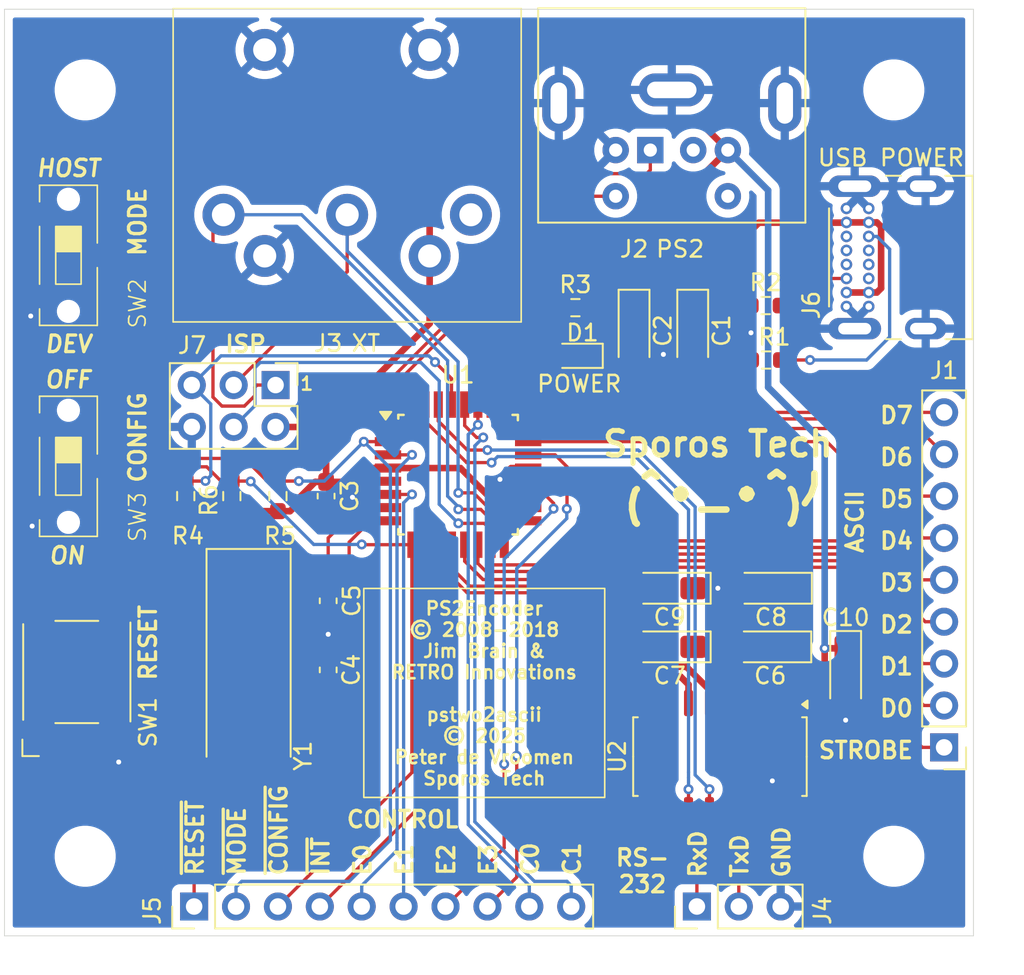
<source format=kicad_pcb>
(kicad_pcb (version 20241229) (generator "pcbnew") (generator_version "9.0")
  (title_block (title "PS/2 to ASCII keyboard converter") (rev "0.1") (company "Sporos Tech"))
  (layers (0 "F.Cu" signal) (2 "B.Cu" signal) (13 "F.Paste" user) (15 "B.Paste" user) (5 "F.SilkS" user "F.Silkscreen") (7 "B.SilkS" user "B.Silkscreen") (1 "F.Mask" user) (3 "B.Mask" user) (25 "Edge.Cuts" user))
  (net 0 "")
  (net 1 "Net-(U1-XTAL2{slash}PB7)")
  (net 2 "GND")
  (net 3 "Net-(U2-C1+)")
  (net 4 "Net-(U2-C1-)")
  (net 5 "Net-(U2-C2+)")
  (net 6 "Net-(U2-C2-)")
  (net 7 "Net-(U2-VS+)")
  (net 8 "Net-(U2-VS-)")
  (net 9 "VCC")
  (net 10 "PS2_CLK")
  (net 11 "PS2_DAT")
  (net 14 "/V24_TxD")
  (net 15 "/V24_RxD")
  (net 16 "~{RESET}")
  (net 17 "~{MODE}")
  (net 18 "C1")
  (net 19 "~{INT}")
  (net 20 "C0")
  (net 21 "STROBE")
  (net 22 "~{CONFIG}")
  (net 24 "Net-(J6-CC2)")
  (net 30 "Net-(J6-CC1)")
  (net 31 "D3{slash}MOSI")
  (net 32 "XT_DAT{slash}SCK")
  (net 33 "E1")
  (net 34 "XT_CLK{slash}MISO")
  (net 35 "D0")
  (net 36 "E3")
  (net 37 "TxD")
  (net 38 "D1")
  (net 39 "D2")
  (net 40 "D4")
  (net 41 "E0")
  (net 42 "D6")
  (net 43 "RxD")
  (net 45 "D5")
  (net 46 "Net-(U1-XTAL1{slash}PB6)")
  (net 47 "D7")
  (net 48 "E2")
  (net 54 "Net-(D1-A)")
  (footprint "Capacitor_SMD:C_0603_1608Metric_Pad1.08x0.95mm_HandSolder" (layer "F.Cu") (at 39.624 60.071 90)
    (property "Reference" "C4")
    (property "Value" "18pF")
  )
  (footprint "MountingHole:MountingHole_3.2mm_M3" (layer "F.Cu") (at 24.892 24.892)
    (property "Reference" "H1" (hide yes))
    (property "Value" "MountingHole")
  )
  (footprint "MountingHole:MountingHole_3.2mm_M3" (layer "F.Cu") (at 73.914 71.374)
    (property "Reference" "H3" (hide yes))
    (property "Value" "MountingHole")
  )
  (footprint "Capacitor_Tantalum_SMD:CP_EIA-3216-12_Kemet-S_Pad1.58x1.35mm_HandSolder" (layer "F.Cu") (at 60.325 55.118 180)
    (property "Reference" "C9")
    (property "Value" "1uF/16V")
  )
  (footprint "Capacitor_Tantalum_SMD:CP_EIA-3216-18_Kemet-A_Pad1.58x1.35mm_HandSolder" (layer "F.Cu") (at 61.722 39.497 -90)
    (property "Reference" "C1")
    (property "Value" "10u/10v")
  )
  (footprint "Crystal:Crystal_SMD_HC49-SD" (layer "F.Cu") (at 34.798 59.436 -90)
    (property "Reference" "Y1")
    (property "Value" "8MHz")
  )
  (footprint "MountingHole:MountingHole_3.2mm_M3" (layer "F.Cu") (at 73.914 24.892)
    (property "Reference" "H2" (hide yes))
    (property "Value" "MountingHole")
  )
  (footprint "Capacitor_SMD:C_0603_1608Metric_Pad1.08x0.95mm_HandSolder" (layer "F.Cu") (at 39.497 49.53 -90)
    (property "Reference" "C3")
    (property "Value" "100n")
  )
  (footprint "Resistor_SMD:R_0603_1608Metric_Pad0.98x0.95mm_HandSolder" (layer "F.Cu") (at 66.1435 37.973 180)
    (property "Reference" "R2")
    (property "Value" "5.11K")
  )
  (footprint "MountingHole:MountingHole_3.2mm_M3" (layer "F.Cu") (at 24.892 71.374)
    (property "Reference" "H4" (hide yes))
    (property "Value" "MountingHole")
  )
  (footprint "Package_SO:SOIC-16_4.55x10.3mm_P1.27mm" (layer "F.Cu") (at 63.373 65.33 -90)
    (property "Reference" "U2")
    (property "Value" "MAX232")
  )
  (footprint "Resistor_SMD:R_0603_1608Metric_Pad0.98x0.95mm_HandSolder" (layer "F.Cu") (at 30.988 49.53 90)
    (property "Reference" "R4")
    (property "Value" "10K")
  )
  (footprint "Capacitor_Tantalum_SMD:CP_EIA-3216-12_Kemet-S_Pad1.58x1.35mm_HandSolder" (layer "F.Cu") (at 66.4615 55.118 180)
    (property "Reference" "C8")
    (property "Value" "1uF/16V")
  )
  (footprint "Resistor_SMD:R_0603_1608Metric_Pad0.98x0.95mm_HandSolder" (layer "F.Cu") (at 66.167 41.275)
    (property "Reference" "R1")
    (property "Value" "5.11K")
  )
  (footprint "Resistor_SMD:R_0603_1608Metric_Pad0.98x0.95mm_HandSolder" (layer "F.Cu") (at 33.782 49.53 90)
    (property "Reference" "R6")
    (property "Value" "10K")
  )
  (footprint "Sporos_Tech_Footprints:SW_SPST_Omron_B3FS-100xP_4P" (layer "F.Cu") (at 24.384 60.198 90)
    (property "Reference" "SW1")
    (property "Value" "RESET")
  )
  (footprint "Sporos_Tech_Footprints:CL-SB-12B-0x SPDT switch" (layer "F.Cu") (at 23.876 47.723 -90)
    (property "Reference" "SW3")
    (property "Value" "CONFIG")
  )
  (footprint "Capacitor_Tantalum_SMD:CP_EIA-3216-18_Kemet-A_Pad1.58x1.35mm_HandSolder" (layer "F.Cu") (at 58.166 39.497 -90)
    (property "Reference" "C2")
    (property "Value" "0.1u/10v")
  )
  (footprint "Sporos_Tech_Footprints:DIN-5-180" (layer "F.Cu") (at 40.774 19.964)
    (property "Reference" "J3")
    (property "Value" "XT")
  )
  (footprint "Connector_PinHeader_2.54mm:PinHeader_1x03_P2.54mm_Vertical" (layer "F.Cu") (at 61.976 74.422 90)
    (property "Reference" "J4")
    (property "Value" "RS232 v24")
  )
  (footprint "Connector_PinHeader_2.54mm:PinHeader_1x09_P2.54mm_Vertical" (layer "F.Cu") (at 76.962 64.77 180)
    (property "Reference" "J1")
    (property "Value" "ASCII")
  )
  (footprint "Custom_Footprints:Connector_Mini-DIN_Female_6Pin_2rows" (layer "F.Cu") (at 59.152 28.542 180)
    (property "Reference" "J2")
    (property "Value" "PS2")
  )
  (footprint "Connector_PinHeader_2.54mm:PinHeader_1x10_P2.54mm_Vertical" (layer "F.Cu") (at 31.496 74.422 90)
    (property "Reference" "J5")
    (property "Value" "Control")
  )
  (footprint "Package_QFP:TQFP-32_7x7mm_P0.8mm" (layer "F.Cu") (at 47.498 48.228)
    (property "Reference" "U1")
    (property "Value" "ATmega328PB-A")
  )
  (footprint "Resistor_SMD:R_0603_1608Metric_Pad0.98x0.95mm_HandSolder" (layer "F.Cu") (at 54.61 38.1 180)
    (property "Reference" "R3")
    (property "Value" "1.8K")
  )
  (footprint "Connector_PinHeader_2.54mm:PinHeader_2x03_P2.54mm_Vertical" (layer "F.Cu") (at 36.434 42.794 -90)
    (property "Reference" "J7")
    (property "Value" "SPI")
  )
  (footprint "Resistor_SMD:R_0603_1608Metric_Pad0.98x0.95mm_HandSolder" (layer "F.Cu") (at 36.576 49.53 90)
    (property "Reference" "R5")
    (property "Value" "10K")
  )
  (footprint "Capacitor_Tantalum_SMD:CP_EIA-3216-12_Kemet-S_Pad1.58x1.35mm_HandSolder" (layer "F.Cu") (at 60.325 58.674 180)
    (property "Reference" "C7")
    (property "Value" "1uF/16V")
  )
  (footprint "Capacitor_Tantalum_SMD:CP_EIA-3216-12_Kemet-S_Pad1.58x1.35mm_HandSolder" (layer "F.Cu") (at 70.993 60.198 -90)
    (property "Reference" "C10")
    (property "Value" "1uF/16V")
  )
  (footprint "Capacitor_Tantalum_SMD:CP_EIA-3216-12_Kemet-S_Pad1.58x1.35mm_HandSolder" (layer "F.Cu") (at 66.421 58.674 180)
    (property "Reference" "C6")
    (property "Value" "1uF/16V")
  )
  (footprint "Sporos_Tech_Footprints:CL-SB-12B-0x SPDT switch" (layer "F.Cu") (at 23.876 34.925 -90)
    (property "Reference" "SW2")
    (property "Value" "MODE")
  )
  (footprint "Capacitor_SMD:C_0603_1608Metric_Pad1.08x0.95mm_HandSolder" (layer "F.Cu") (at 39.624 55.88 -90)
    (property "Reference" "C5")
    (property "Value" "18pF")
  )
  (footprint "LED_SMD:LED_0603_1608Metric_Pad1.05x0.95mm_HandSolder" (layer "F.Cu") (at 54.61 41.021 180)
    (property "Reference" "D1")
    (property "Value" "LED")
  )
  (footprint "Sporos_Tech_Footprints:USB_C_Receptacle_Molex_213716-0001" (layer "F.Cu") (at 71.042 38.029 90)
    (property "Reference" "J6")
    (property "Value" "USB-C Power")
  )
  (gr_line (start 78.74 20) (end 78.74 76.2) (stroke (width 0.05)) (layer "Edge.Cuts"))
  (gr_line (start 20 20) (end 78.74 20) (stroke (width 0.05)) (layer "Edge.Cuts"))
  (gr_line (start 20 20) (end 20 76.2) (stroke (width 0.05)) (layer "Edge.Cuts"))
  (gr_line (start 78.74 76.2) (end 20 76.2) (stroke (width 0.05)) (layer "Edge.Cuts"))
  (gr_text "1" (at 37.846 43.18 0) (layer "F.SilkS") (effects (font (size 0.8 0.8) (thickness 0.15) (bold yes)) (justify left bottom)))
  (gr_text "E1" (at 44.831 72.644 90) (layer "F.SilkS") (effects (font (size 1 1) (thickness 0.2) (bold yes)) (justify left bottom)))
  (gr_text "D1" (at 75.184 60.452 0) (layer "F.SilkS") (effects (font (size 1 1) (thickness 0.2) (bold yes)) (justify right bottom)))
  (gr_text "~{RESET}" (at 32.131 72.644 90) (layer "F.SilkS") (effects (font (size 1 1) (thickness 0.2) (bold yes)) (justify left bottom)))
  (gr_text "~{INT}" (at 39.751 72.644 90) (layer "F.SilkS") (effects (font (size 1 1) (thickness 0.2) (bold yes)) (justify left bottom)))
  (gr_text "D6" (at 75.184 47.752 0) (layer "F.SilkS") (effects (font (size 1 1) (thickness 0.2) (bold yes)) (justify right bottom)))
  (gr_text "D7" (at 75.184 45.212 0) (layer "F.SilkS") (effects (font (size 1 1) (thickness 0.2) (bold yes)) (justify right bottom)))
  (gr_text "~{CONFIG}" (at 37.211 72.644 90) (layer "F.SilkS") (effects (font (size 1 1) (thickness 0.2) (bold yes)) (justify left bottom)))
  (gr_text "C0" (at 52.451 72.644 90) (layer "F.SilkS") (effects (font (size 1 1) (thickness 0.2) (bold yes)) (justify left bottom)))
  (gr_text "E3" (at 49.911 72.644 90) (layer "F.SilkS") (effects (font (size 1 1) (thickness 0.2) (bold yes)) (justify left bottom)))
  (gr_text "D2" (at 75.184 57.912 0) (layer "F.SilkS") (effects (font (size 1 1) (thickness 0.2) (bold yes)) (justify right bottom)))
  (gr_text "RxD" (at 62.611 72.771 90) (layer "F.SilkS") (effects (font (size 1 1) (thickness 0.2) (bold yes)) (justify left bottom)))
  (gr_text "~{MODE}" (at 34.671 72.644 90) (layer "F.SilkS") (effects (font (size 1 1) (thickness 0.2) (bold yes)) (justify left bottom)))
  (gr_text "ON" (at 22.606 53.721 0) (layer "F.SilkS") (effects (font (size 1 1) (thickness 0.2) (bold yes) (italic yes)) (justify left bottom)))
  (gr_text "D3" (at 75.184 55.372 0) (layer "F.SilkS") (effects (font (size 1 1) (thickness 0.2) (bold yes)) (justify right bottom)))
  (gr_text "Sporos Tech" (at 63.246 47.244 0) (layer "F.SilkS") (effects (font (size 1.5 1.5) (thickness 0.3) (bold yes)) (justify bottom)))
  (gr_text "HOST" (at 21.844 30.226 0) (layer "F.SilkS") (effects (font (size 1 1) (thickness 0.2) (bold yes) (italic yes)) (justify left bottom)))
  (gr_text "D4" (at 75.184 52.832 0) (layer "F.SilkS") (effects (font (size 1 1) (thickness 0.2) (bold yes)) (justify right bottom)))
  (gr_text "CONTROL" (at 40.64 69.723 0) (layer "F.SilkS") (effects (font (size 1 1) (thickness 0.2) (bold yes)) (justify left bottom)))
  (gr_text "C1" (at 54.991 72.644 90) (layer "F.SilkS") (effects (font (size 1 1) (thickness 0.2) (bold yes)) (justify left bottom)))
  (gr_text "E2" (at 47.371 72.644 90) (layer "F.SilkS") (effects (font (size 1 1) (thickness 0.2) (bold yes)) (justify left bottom)))
  (gr_text "₍^•_•^₎ﾉ" (at 57.404 50.419 0) (layer "F.SilkS") (effects (font (size 2 2) (thickness 0.4) (bold yes)) (justify left bottom)))
  (gr_text "OFF" (at 22.352 43.053 0) (layer "F.SilkS") (effects (font (size 1 1) (thickness 0.2) (bold yes) (italic yes)) (justify left bottom)))
  (gr_text "RS-\n232" (at 58.674 73.66 0) (layer "F.SilkS") (effects (font (size 1 1) (thickness 0.2) (bold yes)) (justify bottom)))
  (gr_text "GND" (at 67.691 72.771 90) (layer "F.SilkS") (effects (font (size 1 1) (thickness 0.2) (bold yes)) (justify left bottom)))
  (gr_text "USB POWER" (at 69.215 29.591 0) (layer "F.SilkS") (effects (font (size 1 1)) (justify left bottom)))
  (gr_text "POWER" (at 52.197 43.307 0) (layer "F.SilkS") (effects (font (size 1 1)) (justify left bottom)))
  (gr_text "ASCII" (at 72.136 53.086 90) (layer "F.SilkS") (effects (font (size 1 1) (thickness 0.2) (bold yes)) (justify left bottom)))
  (gr_text "TxD" (at 65.151 72.771 90) (layer "F.SilkS") (effects (font (size 1 1) (thickness 0.2) (bold yes)) (justify left bottom)))
  (gr_text "ISP" (at 33.274 40.894 0) (layer "F.SilkS") (effects (font (size 1 1) (thickness 0.2) (bold yes)) (justify left bottom)))
  (gr_text "E0" (at 42.291 72.644 90) (layer "F.SilkS") (effects (font (size 1 1) (thickness 0.2) (bold yes)) (justify left bottom)))
  (gr_text "STROBE" (at 75.184 65.532 0) (layer "F.SilkS") (effects (font (size 1 1) (thickness 0.2) (bold yes)) (justify right bottom)))
  (gr_text "D5" (at 75.184 50.292 0) (layer "F.SilkS") (effects (font (size 1 1) (thickness 0.2) (bold yes)) (justify right bottom)))
  (gr_text "D0" (at 75.184 62.992 0) (layer "F.SilkS") (effects (font (size 1 1) (thickness 0.2) (bold yes)) (justify right bottom)))
  (gr_text "DEV" (at 22.352 40.894 0) (layer "F.SilkS") (effects (font (size 1 1) (thickness 0.2) (bold yes) (italic yes)) (justify left bottom)))
  (gr_text_box "PS2Encoder\n© 2008-2018\nJim Brain &\nRETRO Innovations\n\npstwo2ascii\n© 2025\nPeter de Vroomen\nSporos Tech" (start 41.783 55.1307) (end 56.388 67.8053) (margins 0.8 0.8 0.8 0.8) (layer "F.SilkS") (effects (font (size 0.8 0.8) (thickness 0.16) (bold yes)) (justify top)) (border yes) (stroke (width 0.1)))
  (segment (start 38.915 60.907) (end 39.624 60.907) (width 0.2) (layer "F.Cu") (net 1))
  (segment (start 40.894 52.324) (end 40.894 59.637) (width 0.2) (layer "F.Cu") (net 1))
  (segment (start 34.798 63.686) (end 36.136 63.686) (width 0.2) (layer "F.Cu") (net 1))
  (segment (start 40.894 59.637) (end 39.624 60.907) (width 0.2) (layer "F.Cu") (net 1))
  (segment (start 36.136 63.686) (end 38.915 60.907) (width 0.2) (layer "F.Cu") (net 1))
  (segment (start 43.248 51.028) (end 42.19 51.028) (width 0.2) (layer "F.Cu") (net 1))
  (segment (start 42.19 51.028) (end 40.894 52.324) (width 0.2) (layer "F.Cu") (net 1))
  (segment (start 70.9525 61.595) (end 70.993 61.6355) (width 0.4) (layer "F.Cu") (net 2))
  (segment (start 50.724 47.828) (end 50.038 48.514) (width 0.4) (layer "F.Cu") (net 2))
  (segment (start 70.993 61.6355) (end 70.993 63.119) (width 0.4) (layer "F.Cu") (net 2))
  (segment (start 39.5235 50.419) (end 40.27925 50.419) (width 0.4) (layer "F.Cu") (net 2))
  (segment (start 66.548 68.58) (end 66.548 66.802) (width 0.4) (layer "F.Cu") (net 2))
  (segment (start 61.722 55.118) (end 63.246 55.118) (width 0.4) (layer "F.Cu") (net 2))
  (segment (start 21.676 38.522) (end 21.59 38.608) (width 0.4) (layer "F.Cu") (net 2))
  (segment (start 59.944 40.9345) (end 61.722 40.9345) (width 0.4) (layer "F.Cu") (net 2))
  (segment (start 26.924 65.659) (end 26.634 65.369) (width 0.2) (layer "F.Cu") (net 2))
  (segment (start 58.0795 41.021) (end 58.166 40.9345) (width 0.2) (layer "F.Cu") (net 2))
  (segment (start 42.07025 48.628) (end 43.248 48.628) (width 0.4) (layer "F.Cu") (net 2))
  (segment (start 65.2545 37.973) (end 65.2545 41.275) (width 0.2) (layer "F.Cu") (net 2))
  (segment (start 63.246 55.118) (end 64.943 55.118) (width 0.4) (layer "F.Cu") (net 2))
  (segment (start 21.676 37.425) (end 21.676 38.522) (width 0.4) (layer "F.Cu") (net 2))
  (segment (start 21.676 51.349) (end 21.676 50.223) (width 0.4) (layer "F.Cu") (net 2))
  (segment (start 55.485 41.021) (end 58.0795 41.021) (width 0.2) (layer "F.Cu") (net 2))
  (segment (start 58.166 40.9345) (end 59.944 40.9345) (width 0.4) (layer "F.Cu") (net 2))
  (segment (start 51.748 47.828) (end 50.724 47.828) (width 0.4) (layer "F.Cu") (net 2))
  (segment (start 40.27925 50.419) (end 42.07025 48.628) (width 0.4) (layer "F.Cu") (net 2))
  (segment (start 26.634 65.369) (end 26.634 64.198) (width 0.2) (layer "F.Cu") (net 2))
  (segment (start 39.497 50.3925) (end 39.5235 50.419) (width 0.4) (layer "F.Cu") (net 2))
  (segment (start 39.624 56.7425) (end 39.624 59.182) (width 0.2) (layer "F.Cu") (net 2))
  (via (at 26.924 65.659) (size 0.6) (drill 0.3) (layers "F.Cu" "B.Cu") (net 2))
  (via (at 21.59 38.608) (size 0.6) (drill 0.3) (layers "F.Cu" "B.Cu") (net 2))
  (via (at 59.944 40.9345) (size 0.6) (drill 0.3) (layers "F.Cu" "B.Cu") (net 2))
  (via (at 70.993 63.119) (size 0.6) (drill 0.3) (layers "F.Cu" "B.Cu") (net 2))
  (via (at 39.624 57.912) (size 0.6) (drill 0.3) (layers "F.Cu" "B.Cu") (net 2))
  (via (at 63.246 55.118) (size 0.5) (drill 0.3) (layers "F.Cu" "B.Cu") (net 2))
  (via (at 65.2545 39.624) (size 0.6) (drill 0.3) (layers "F.Cu" "B.Cu") (net 2))
  (via (at 21.676 51.349) (size 0.6) (drill 0.3) (layers "F.Cu" "B.Cu") (net 2))
  (via (at 41.094625 49.603625) (size 0.6) (drill 0.3) (layers "F.Cu" "B.Cu") (net 2))
  (via (at 66.548 66.802) (size 0.6) (drill 0.3) (layers "F.Cu" "B.Cu") (net 2))
  (via (at 50.038 48.514) (size 0.6) (drill 0.3) (layers "F.Cu" "B.Cu") (net 2))
  (segment (start 67.818 58.674) (end 67.818 62.08) (width 0.4) (layer "F.Cu") (net 3))
  (segment (start 64.943 58.674) (end 64.943 60.117) (width 0.4) (layer "F.Cu") (net 4))
  (segment (start 64.943 60.117) (end 65.278 60.452) (width 0.4) (layer "F.Cu") (net 4))
  (segment (start 65.278 60.452) (end 65.278 62.08) (width 0.4) (layer "F.Cu") (net 4))
  (segment (start 64.008 60.599041) (end 64.008 62.08) (width 0.4) (layer "F.Cu") (net 5))
  (segment (start 62.082959 58.674) (end 64.008 60.599041) (width 0.4) (layer "F.Cu") (net 5))
  (segment (start 61.722 58.674) (end 62.082959 58.674) (width 0.4) (layer "F.Cu") (net 5))
  (segment (start 60.051 59.878) (end 61.335999 59.878) (width 0.4) (layer "F.Cu") (net 6))
  (segment (start 58.847 58.674) (end 60.051 59.878) (width 0.4) (layer "F.Cu") (net 6))
  (segment (start 62.738 61.280001) (end 62.738 62.08) (width 0.4) (layer "F.Cu") (net 6))
  (segment (start 61.335999 59.878) (end 62.738 61.280001) (width 0.4) (layer "F.Cu") (net 6))
  (segment (start 66.572 56.364) (end 66.572 62.056) (width 0.4) (layer "F.Cu") (net 7))
  (segment (start 67.818 55.118) (end 66.572 56.364) (width 0.4) (layer "F.Cu") (net 7))
  (segment (start 66.572 62.056) (end 66.548 62.08) (width 0.4) (layer "F.Cu") (net 7))
  (segment (start 58.07342 59.75) (end 59.073058 59.75) (width 0.4) (layer "F.Cu") (net 8))
  (segment (start 57.658 59.33458) (end 58.07342 59.75) (width 0.4) (layer "F.Cu") (net 8))
  (segment (start 61.468 60.96) (end 61.468 62.08) (width 0.4) (layer "F.Cu") (net 8))
  (segment (start 58.847 55.118) (end 58.847 56.215) (width 0.4) (layer "F.Cu") (net 8))
  (segment (start 58.847 56.215) (end 57.658 57.404) (width 0.4) (layer "F.Cu") (net 8))
  (segment (start 59.073058 59.75) (end 59.802058 60.479) (width 0.4) (layer "F.Cu") (net 8))
  (segment (start 59.802058 60.479) (end 60.987 60.479) (width 0.4) (layer "F.Cu") (net 8))
  (segment (start 60.987 60.479) (end 61.468 60.96) (width 0.4) (layer "F.Cu") (net 8))
  (segment (start 57.658 57.404) (end 57.658 59.33458) (width 0.4) (layer "F.Cu") (net 8))
  (segment (start 36.439 45.339) (end 36.434 45.334) (width 0.4) (layer "F.Cu") (net 9))
  (segment (start 36.576 50.4425) (end 30.988 50.4425) (width 0.4) (layer "F.Cu") (net 9))
  (segment (start 37.3145 50.4425) (end 36.576 50.4425) (width 0.4) (layer "F.Cu") (net 9))
  (segment (start 55.609 38.0595) (end 55.5225 37.973) (width 0.2) (layer "F.Cu") (net 9))
  (segment (start 45.774 39.062) (end 39.497 45.339) (width 0.4) (layer "F.Cu") (net 9))
  (segment (start 40.8925 48.6675) (end 41.732 47.828) (width 0.4) (layer "F.Cu") (net 9))
  (segment (start 73.143 33.185026) (end 72.886974 32.929) (width 0.4) (layer "F.Cu") (net 9))
  (segment (start 71.025655 32.945345) (end 65.733655 32.945345) (width 0.4) (layer "F.Cu") (net 9))
  (segment (start 73.143 36.922974) (end 73.143 33.185026) (width 0.4) (layer "F.Cu") (net 9))
  (segment (start 58.166 38.0595) (end 55.609 38.0595) (width 0.2) (layer "F.Cu") (net 9))
  (segment (start 45.774 31.95) (end 45.774 34.964) (width 0.4) (layer "F.Cu") (net 9))
  (segment (start 39.497 48.6675) (end 38.8355 48.6675) (width 0.4) (layer "F.Cu") (net 9))
  (segment (start 54.61 28.448) (end 49.276 28.448) (width 0.4) (layer "F.Cu") (net 9))
  (segment (start 56.134 26.924) (end 54.61 28.448) (width 0.4) (layer "F.Cu") (net 9))
  (segment (start 37.9095 49.5935) (end 37.9095 49.8475) (width 0.4) (layer "F.Cu") (net 9))
  (segment (start 37.9095 49.8475) (end 37.3145 50.4425) (width 0.4) (layer "F.Cu") (net 9))
  (segment (start 72.886974 32.929) (end 72.392 32.929) (width 0.4) (layer "F.Cu") (net 9))
  (segment (start 39.497 48.323052) (end 39.497 48.6675) (width 0.4) (layer "F.Cu") (net 9))
  (segment (start 72.392 32.929) (end 71.042 32.929) (width 0.4) (layer "F.Cu") (net 9))
  (segment (start 58.166 34.228) (end 58.166 38.0595) (width 0.4) (layer "F.Cu") (net 9))
  (segment (start 69.723 58.7605) (end 70.993 58.7605) (width 0.4) (layer "F.Cu") (net 9))
  (segment (start 41.732 47.828) (end 43.248 47.828) (width 0.4) (layer "F.Cu") (net 9))
  (segment (start 47.639479 47.828) (end 50.039479 50.228) (width 0.4) (layer "F.Cu") (net 9))
  (segment (start 50.039479 50.228) (end 51.748 50.228) (width 0.4) (layer "F.Cu") (net 9))
  (segment (start 62.234 26.924) (end 56.134 26.924) (width 0.4) (layer "F.Cu") (net 9))
  (segment (start 65.733655 32.945345) (end 61.722 36.957) (width 0.4) (layer "F.Cu") (net 9))
  (segment (start 61.722 38.0595) (end 58.166 38.0595) (width 0.4) (layer "F.Cu") (net 9))
  (segment (start 72.886974 37.179) (end 73.143 36.922974) (width 0.4) (layer "F.Cu") (net 9))
  (segment (start 71.042 32.929) (end 71.025655 32.945345) (width 0.4) (layer "F.Cu") (net 9))
  (segment (start 39.497 48.6675) (end 40.8925 48.6675) (width 0.4) (layer "F.Cu") (net 9))
  (segment (start 63.852 28.542) (end 58.166 34.228) (width 0.4) (layer "F.Cu") (net 9))
  (segment (start 63.852 28.542) (end 63.881 28.513) (width 0.4) (layer "F.Cu") (net 9))
  (segment (start 69.723 58.7605) (end 69.723 64.9605) (width 0.4) (layer "F.Cu") (net 9))
  (segment (start 43.248 47.828) (end 47.639479 47.828) (width 0.4) (layer "F.Cu") (net 9))
  (segment (start 39.497 45.339) (end 36.439 45.339) (width 0.4) (layer "F.Cu") (net 9))
  (segment (start 69.723 64.9605) (end 67.818 66.8655) (width 0.4) (layer "F.Cu") (net 9))
  (segment (start 67.818 66.8655) (end 67.818 68.58) (width 0.4) (layer "F.Cu") (net 9))
  (segment (start 45.774 34.964) (end 45.774 39.062) (width 0.4) (layer "F.Cu") (net 9))
  (segment (start 49.276 28.448) (end 45.774 31.95) (width 0.4) (layer "F.Cu") (net 9))
  (segment (start 39.497 45.339) (end 39.497 48.6675) (width 0.4) (layer "F.Cu") (net 9))
  (segment (start 38.8355 48.6675) (end 37.9095 49.5935) (width 0.4) (layer "F.Cu") (net 9))
  (segment (start 63.852 28.542) (end 62.234 26.924) (width 0.4) (layer "F.Cu") (net 9))
  (segment (start 61.722 36.957) (end 61.722 38.0595) (width 0.4) (layer "F.Cu") (net 9))
  (segment (start 71.042 37.179) (end 72.392 37.179) (width 0.4) (layer "F.Cu") (net 9))
  (segment (start 72.392 37.179) (end 72.886974 37.179) (width 0.4) (layer "F.Cu") (net 9))
  (via (at 69.723 58.7605) (size 0.6) (drill 0.3) (layers "F.Cu" "B.Cu") (net 9))
  (segment (start 69.723 58.7605) (end 69.723 46.355) (width 0.4) (layer "B.Cu") (net 9))
  (segment (start 69.723 46.355) (end 66.294 42.926) (width 0.4) (layer "B.Cu") (net 9))
  (segment (start 66.294 42.926) (end 66.294 30.984) (width 0.4) (layer "B.Cu") (net 9))
  (segment (start 66.294 30.984) (end 63.852 28.542) (width 0.4) (layer "B.Cu") (net 9))
  (segment (start 55.092057 31.342) (end 57.052 31.342) (width 0.2) (layer "F.Cu") (net 10))
  (segment (start 44.698 43.978) (end 44.232 43.978) (width 0.2) (layer "F.Cu") (net 10))
  (segment (start 43.942 42.492057) (end 55.092057 31.342) (width 0.2) (layer "F.Cu") (net 10))
  (segment (start 44.232 43.978) (end 43.942 43.688) (width 0.2) (layer "F.Cu") (net 10))
  (segment (start 43.942 43.688) (end 43.942 42.492057) (width 0.2) (layer "F.Cu") (net 10))
  (segment (start 58.928 29.972) (end 59.152 29.748) (width 0.2) (layer "F.Cu") (net 11))
  (segment (start 59.152 29.748) (end 59.152 28.542) (width 0.2) (layer "F.Cu") (net 11))
  (segment (start 43.248 45.428) (end 43.248 42.604) (width 0.2) (layer "F.Cu") (net 11))
  (segment (start 43.248 42.604) (end 55.88 29.972) (width 0.2) (layer "F.Cu") (net 11))
  (segment (start 55.88 29.972) (end 58.928 29.972) (width 0.2) (layer "F.Cu") (net 11))
  (segment (start 65.278 68.58) (end 65.278 72.136) (width 0.2) (layer "F.Cu") (net 14))
  (segment (start 64.516 72.898) (end 64.516 74.422) (width 0.2) (layer "F.Cu") (net 14))
  (segment (start 65.278 72.136) (end 64.516 72.898) (width 0.2) (layer "F.Cu") (net 14))
  (segment (start 64.008 68.58) (end 64.008 70.866) (width 0.2) (layer "F.Cu") (net 15))
  (segment (start 64.008 70.866) (end 61.976 72.898) (width 0.2) (layer "F.Cu") (net 15))
  (segment (start 61.976 72.898) (end 61.976 74.422) (width 0.2) (layer "F.Cu") (net 15))
  (segment (start 32.174352 48.6175) (end 30.988 48.6175) (width 0.2) (layer "F.Cu") (net 16))
  (segment (start 23.431 64.198) (end 31.496 72.263) (width 0.2) (layer "F.Cu") (net 16))
  (segment (start 31.496 72.263) (end 31.496 74.422) (width 0.2) (layer "F.Cu") (net 16))
  (segment (start 30.1225 48.6175) (end 30.988 48.6175) (width 0.2) (layer "F.Cu") (net 16))
  (segment (start 22.134 63.21) (end 29.539926 55.804074) (width 0.2) (layer "F.Cu") (net 16))
  (segment (start 46.101707 41.401293) (end 47.098 42.397586) (width 0.2) (layer "F.Cu") (net 16))
  (segment (start 22.134 64.198) (end 23.431 64.198) (width 0.2) (layer "F.Cu") (net 16))
  (segment (start 32.182707 48.609145) (end 32.174352 48.6175) (width 0.2) (layer "F.Cu") (net 16))
  (segment (start 47.098 42.397586) (end 47.098 43.978) (width 0.2) (layer "F.Cu") (net 16))
  (segment (start 29.539926 55.804074) (end 29.539926 49.200074) (width 0.2) (layer "F.Cu") (net 16))
  (segment (start 22.134 64.198) (end 22.134 63.21) (width 0.2) (layer "F.Cu") (net 16))
  (segment (start 29.539926 49.200074) (end 30.1225 48.6175) (width 0.2) (layer "F.Cu") (net 16))
  (via (at 46.101707 41.401293) (size 0.6) (drill 0.3) (layers "F.Cu" "B.Cu") (net 16))
  (via (at 32.182707 48.609145) (size 0.6) (drill 0.3) (layers "F.Cu" "B.Cu") (net 16))
  (segment (start 32.182707 48.609145) (end 32.266615 48.609145) (width 0.2) (layer "B.Cu") (net 16))
  (segment (start 32.505 43.945) (end 31.354 42.794) (width 0.2) (layer "B.Cu") (net 16))
  (segment (start 45.721414 41.021) (end 33.127 41.021) (width 0.2) (layer "B.Cu") (net 16))
  (segment (start 32.182707 48.609145) (end 32.505 48.286852) (width 0.2) (layer "B.Cu") (net 16))
  (segment (start 46.101707 41.401293) (end 45.721414 41.021) (width 0.2) (layer "B.Cu") (net 16))
  (segment (start 33.127 41.021) (end 31.354 42.794) (width 0.2) (layer "B.Cu") (net 16))
  (segment (start 32.505 48.286852) (end 32.505 43.945) (width 0.2) (layer "B.Cu") (net 16))
  (segment (start 37.846 48.6175) (end 36.576 48.6175) (width 0.2) (layer "F.Cu") (net 17))
  (segment (start 34.545181 47.244) (end 28.575 47.244) (width 0.2) (layer "F.Cu") (net 17))
  (segment (start 28.575 47.244) (end 26.076 44.745) (width 0.2) (layer "F.Cu") (net 17))
  (segment (start 35.918681 48.6175) (end 34.545181 47.244) (width 0.2) (layer "F.Cu") (net 17))
  (segment (start 41.783 46.228) (end 43.248 46.228) (width 0.2) (layer "F.Cu") (net 17))
  (segment (start 36.576 48.6175) (end 35.918681 48.6175) (width 0.2) (layer "F.Cu") (net 17))
  (segment (start 26.076 44.745) (end 26.076 34.925) (width 0.2) (layer "F.Cu") (net 17))
  (via (at 41.783 46.228) (size 0.6) (drill 0.3) (layers "F.Cu" "B.Cu") (net 17))
  (via (at 37.846 48.6175) (size 0.6) (drill 0.3) (layers "F.Cu" "B.Cu") (net 17))
  (segment (start 43.394 70.398) (end 40.894 72.898) (width 0.2) (layer "B.Cu") (net 17))
  (segment (start 37.846 48.6175) (end 39.3935 48.6175) (width 0.2) (layer "B.Cu") (net 17))
  (segment (start 39.3935 48.6175) (end 41.783 46.228) (width 0.2) (layer "B.Cu") (net 17))
  (segment (start 34.036 73.2425) (end 34.036 74.422) (width 0.2) (layer "B.Cu") (net 17))
  (segment (start 43.394 47.839) (end 43.394 70.398) (width 0.2) (layer "B.Cu") (net 17))
  (segment (start 41.783 46.228) (end 43.394 47.839) (width 0.2) (layer "B.Cu") (net 17))
  (segment (start 34.3805 72.898) (end 34.036 73.2425) (width 0.2) (layer "B.Cu") (net 17))
  (segment (start 40.894 72.898) (end 34.3805 72.898) (width 0.2) (layer "B.Cu") (net 17))
  (segment (start 47.898 45.252538) (end 47.898 43.978) (width 0.2) (layer "F.Cu") (net 18))
  (segment (start 49.022 45.974) (end 48.619462 45.974) (width 0.2) (layer "F.Cu") (net 18))
  (segment (start 48.619462 45.974) (end 47.898 45.252538) (width 0.2) (layer "F.Cu") (net 18))
  (via (at 49.022 45.974) (size 0.6) (drill 0.3) (layers "F.Cu" "B.Cu") (net 18))
  (segment (start 54.356 73.152) (end 54.356 74.422) (width 0.2) (layer "B.Cu") (net 18))
  (segment (start 48.514 46.482) (end 48.514 69.2829) (width 0.2) (layer "B.Cu") (net 18))
  (segment (start 49.022 45.974) (end 48.514 46.482) (width 0.2) (layer "B.Cu") (net 18))
  (segment (start 48.514 69.2829) (end 52.1291 72.898) (width 0.2) (layer "B.Cu") (net 18))
  (segment (start 52.1291 72.898) (end 54.102 72.898) (width 0.2) (layer "B.Cu") (net 18))
  (segment (start 54.102 72.898) (end 54.356 73.152) (width 0.2) (layer "B.Cu") (net 18))
  (segment (start 45.498 68.04) (end 39.116 74.422) (width 0.2) (layer "F.Cu") (net 19))
  (segment (start 45.498 52.478) (end 45.498 68.04) (width 0.2) (layer "F.Cu") (net 19))
  (segment (start 48.698 43.978) (end 48.698 45.202595) (width 0.2) (layer "F.Cu") (net 20))
  (segment (start 48.698 45.202595) (end 48.702124 45.206719) (width 0.2) (layer "F.Cu") (net 20))
  (via (at 48.702124 45.206719) (size 0.6) (drill 0.3) (layers "F.Cu" "B.Cu") (net 20))
  (segment (start 48.702124 45.206719) (end 48.113 45.795843) (width 0.2) (layer "B.Cu") (net 20))
  (segment (start 48.113 45.795843) (end 48.113 69.449) (width 0.2) (layer "B.Cu") (net 20))
  (segment (start 48.113 69.449) (end 51.816 73.152) (width 0.2) (layer "B.Cu") (net 20))
  (segment (start 51.816 73.152) (end 51.816 74.422) (width 0.2) (layer "B.Cu") (net 20))
  (segment (start 75.637551 64.77) (end 76.962 64.77) (width 0.2) (layer "F.Cu") (net 21))
  (segment (start 48.046429 55.392) (end 55.582742 55.392) (width 0.2) (layer "F.Cu") (net 21))
  (segment (start 57.126742 53.848) (end 70.8157 53.848) (width 0.2) (layer "F.Cu") (net 21))
  (segment (start 70.8157 53.848) (end 74.382 57.4143) (width 0.2) (layer "F.Cu") (net 21))
  (segment (start 46.298 52.478) (end 46.298 53.642157) (width 0.2) (layer "F.Cu") (net 21))
  (segment (start 74.382 63.514449) (end 75.637551 64.77) (width 0.2) (layer "F.Cu") (net 21))
  (segment (start 55.582742 55.392) (end 57.126742 53.848) (width 0.2) (layer "F.Cu") (net 21))
  (segment (start 46.298 53.642157) (end 46.697 54.041157) (width 0.2) (layer "F.Cu") (net 21))
  (segment (start 46.697 54.041157) (end 46.697 54.042571) (width 0.2) (layer "F.Cu") (net 21))
  (segment (start 74.382 57.4143) (end 74.382 63.514449) (width 0.2) (layer "F.Cu") (net 21))
  (segment (start 46.697 54.042571) (end 48.046429 55.392) (width 0.2) (layer "F.Cu") (net 21))
  (segment (start 41.672674 52.478) (end 44.698 52.478) (width 0.2) (layer "F.Cu") (net 22))
  (segment (start 34.6945 48.6175) (end 33.782 48.6175) (width 0.2) (layer "F.Cu") (net 22))
  (segment (start 44.698 52.478) (end 44.698 66.3) (width 0.2) (layer "F.Cu") (net 22))
  (segment (start 44.698 66.3) (end 36.576 74.422) (width 0.2) (layer "F.Cu") (net 22))
  (segment (start 33.1235 48.6175) (end 32.258 47.752) (width 0.2) (layer "F.Cu") (net 22))
  (segment (start 34.925 48.641) (end 34.718 48.641) (width 0.2) (layer "F.Cu") (net 22))
  (segment (start 33.782 48.6175) (end 33.1235 48.6175) (width 0.2) (layer "F.Cu") (net 22))
  (segment (start 34.718 48.641) (end 34.6945 48.6175) (width 0.2) (layer "F.Cu") (net 22))
  (segment (start 41.656 52.461326) (end 41.672674 52.478) (width 0.2) (layer "F.Cu") (net 22))
  (segment (start 26.105 47.752) (end 26.076 47.723) (width 0.2) (layer "F.Cu") (net 22))
  (segment (start 32.258 47.752) (end 26.105 47.752) (width 0.2) (layer "F.Cu") (net 22))
  (via (at 41.656 52.461326) (size 0.6) (drill 0.3) (layers "F.Cu" "B.Cu") (net 22))
  (via (at 34.925 48.641) (size 0.6) (drill 0.3) (layers "F.Cu" "B.Cu") (net 22))
  (segment (start 38.745326 52.461326) (end 41.656 52.461326) (width 0.2) (layer "B.Cu") (net 22))
  (segment (start 34.925 48.641) (end 38.745326 52.461326) (width 0.2) (layer "B.Cu") (net 22))
  (segment (start 67.0795 41.275) (end 68.834 41.275) (width 0.2) (layer "F.Cu") (net 24))
  (via (at 68.834 41.275) (size 0.6) (drill 0.3) (layers "F.Cu" "B.Cu") (net 24))
  (segment (start 73.66 39.878) (end 72.263 41.275) (width 0.2) (layer "B.Cu") (net 24))
  (segment (start 72.392 33.779) (end 72.886974 33.779) (width 0.2) (layer "B.Cu") (net 24))
  (segment (start 72.263 41.275) (end 68.834 41.275) (width 0.2) (layer "B.Cu") (net 24))
  (segment (start 72.886974 33.779) (end 73.66 34.552026) (width 0.2) (layer "B.Cu") (net 24))
  (segment (start 73.66 34.552026) (end 73.66 39.878) (width 0.2) (layer "B.Cu") (net 24))
  (segment (start 67.945 37.973) (end 67.0795 37.973) (width 0.2) (layer "F.Cu") (net 30))
  (segment (start 71.042 36.329) (end 69.589 36.329) (width 0.2) (layer "F.Cu") (net 30))
  (segment (start 69.589 36.329) (end 67.945 37.973) (width 0.2) (layer "F.Cu") (net 30))
  (segment (start 56.794542 52.244) (end 71.1479 52.244) (width 0.2) (layer "F.Cu") (net 31))
  (segment (start 47.513 51.181) (end 49.085 51.181) (width 0.2) (layer "F.Cu") (net 31))
  (segment (start 49.498 51.594) (end 49.498 52.478) (width 0.2) (layer "F.Cu") (net 31))
  (segment (start 71.715 52.4789) (end 73.8461 54.61) (width 0.2) (layer "F.Cu") (net 31))
  (segment (start 73.8461 54.61) (end 76.962 54.61) (width 0.2) (layer "F.Cu") (net 31))
  (segment (start 71.421 52.244) (end 71.4801 52.244) (width 0.2) (layer "F.Cu") (net 31))
  (segment (start 49.498 52.478) (end 49.498 53.562) (width 0.2) (layer "F.Cu") (net 31))
  (segment (start 56.227442 52.4789) (end 56.462342 52.244) (width 0.2) (layer "F.Cu") (net 31))
  (segment (start 56.462342 52.244) (end 56.794542 52.244) (width 0.2) (layer "F.Cu") (net 31))
  (segment (start 71.4801 52.244) (end 71.715 52.4789) (width 0.2) (layer "F.Cu") (net 31))
  (segment (start 49.085 51.181) (end 49.498 51.594) (width 0.2) (layer "F.Cu") (net 31))
  (segment (start 49.637 53.701) (end 55.005342 53.701) (width 0.2) (layer "F.Cu") (net 31))
  (segment (start 49.498 53.562) (end 49.637 53.701) (width 0.2) (layer "F.Cu") (net 31))
  (segment (start 55.005342 53.701) (end 56.227442 52.4789) (width 0.2) (layer "F.Cu") (net 31))
  (segment (start 71.1479 52.244) (end 71.421 52.244) (width 0.2) (layer "F.Cu") (net 31))
  (via (at 47.513 51.181) (size 0.6) (drill 0.3) (layers "F.Cu" "B.Cu") (net 31))
  (segment (start 35.179 41.747) (end 35.504 41.422) (width 0.2) (layer "B.Cu") (net 31))
  (segment (start 35.504 41.422) (end 45.232 41.422) (width 0.2) (layer "B.Cu") (net 31))
  (segment (start 35.179 44.049) (end 35.179 41.747) (width 0.2) (layer "B.Cu") (net 31))
  (segment (start 33.894 45.334) (end 35.179 44.049) (width 0.2) (layer "B.Cu") (net 31))
  (segment (start 46.355 42.545) (end 46.355 50.023) (width 0.2) (layer "B.Cu") (net 31))
  (segment (start 46.355 50.023) (end 47.513 51.181) (width 0.2) (layer "B.Cu") (net 31))
  (segment (start 45.232 41.422) (end 46.355 42.545) (width 0.2) (layer "B.Cu") (net 31))
  (segment (start 48.436694 49.333736) (end 50.130958 51.028) (width 0.2) (layer "F.Cu") (net 32))
  (segment (start 40.774 35.814) (end 40.774 32.464) (width 0.2) (layer "F.Cu") (net 32))
  (segment (start 40.774 35.934) (end 40.774 35.814) (width 0.2) (layer "F.Cu") (net 32))
  (segment (start 47.513 49.333736) (end 48.436694 49.333736) (width 0.2) (layer "F.Cu") (net 32))
  (segment (start 50.130958 51.028) (end 51.748 51.028) (width 0.2) (layer "F.Cu") (net 32))
  (segment (start 40.774 35.914) (end 40.774 35.814) (width 0.2) (layer "F.Cu") (net 32))
  (segment (start 33.894 42.794) (end 40.774 35.914) (width 0.2) (layer "F.Cu") (net 32))
  (via (at 47.513 49.333736) (size 0.6) (drill 0.3) (layers "F.Cu" "B.Cu") (net 32))
  (segment (start 47.498 49.318736) (end 47.498 41.381957) (width 0.2) (layer "B.Cu") (net 32))
  (segment (start 47.498 41.381957) (end 40.774 34.657957) (width 0.2) (layer "B.Cu") (net 32))
  (segment (start 40.774 34.657957) (end 40.774 32.464) (width 0.2) (layer "B.Cu") (net 32))
  (segment (start 47.513 49.333736) (end 47.498 49.318736) (width 0.2) (layer "B.Cu") (net 32))
  (segment (start 44.704 49.428) (end 43.248 49.428) (width 0.2) (layer "F.Cu") (net 33))
  (via (at 44.704 49.428) (size 0.6) (drill 0.3) (layers "F.Cu" "B.Cu") (net 33))
  (segment (start 44.704 49.428) (end 44.196 49.936) (width 0.2) (layer "B.Cu") (net 33))
  (segment (start 44.196 49.936) (end 44.196 74.422) (width 0.2) (layer "B.Cu") (net 33))
  (segment (start 36.434 42.794) (end 35.311 42.794) (width 0.2) (layer "F.Cu") (net 34))
  (segment (start 50.298 51.435) (end 50.298 52.478) (width 0.2) (layer "F.Cu") (net 34))
  (segment (start 34.544 44.069) (end 33.183665 44.069) (width 0.2) (layer "F.Cu") (net 34))
  (segment (start 35.311 42.794) (end 35.179 42.926) (width 0.2) (layer "F.Cu") (net 34))
  (segment (start 47.513 50.332473) (end 48.868331 50.332473) (width 0.2) (layer "F.Cu") (net 34))
  (segment (start 32.639 33.099) (end 33.274 32.464) (width 0.2) (layer "F.Cu") (net 34))
  (segment (start 35.179 43.434) (end 34.544 44.069) (width 0.2) (layer "F.Cu") (net 34))
  (segment (start 32.639 43.524335) (end 32.639 33.099) (width 0.2) (layer "F.Cu") (net 34))
  (segment (start 35.179 42.926) (end 35.179 43.434) (width 0.2) (layer "F.Cu") (net 34))
  (segment (start 48.868331 50.332473) (end 49.964858 51.429) (width 0.2) (layer "F.Cu") (net 34))
  (segment (start 50.292 51.429) (end 50.298 51.435) (width 0.2) (layer "F.Cu") (net 34))
  (segment (start 49.964858 51.429) (end 50.292 51.429) (width 0.2) (layer "F.Cu") (net 34))
  (segment (start 33.183665 44.069) (end 32.639 43.524335) (width 0.2) (layer "F.Cu") (net 34))
  (via (at 47.513 50.332473) (size 0.6) (drill 0.3) (layers "F.Cu" "B.Cu") (net 34))
  (segment (start 46.863 49.532264) (end 46.863 41.314057) (width 0.2) (layer "B.Cu") (net 34))
  (segment (start 38.012943 32.464) (end 33.274 32.464) (width 0.2) (layer "B.Cu") (net 34))
  (segment (start 46.863 41.314057) (end 38.012943 32.464) (width 0.2) (layer "B.Cu") (net 34))
  (segment (start 47.513 50.182264) (end 46.863 49.532264) (width 0.2) (layer "B.Cu") (net 34))
  (segment (start 47.513 50.332473) (end 47.513 50.182264) (width 0.2) (layer "B.Cu") (net 34))
  (segment (start 48.212529 54.991) (end 55.416642 54.991) (width 0.2) (layer "F.Cu") (net 35))
  (segment (start 47.098 53.876471) (end 48.212529 54.991) (width 0.2) (layer "F.Cu") (net 35))
  (segment (start 74.783 57.2482) (end 74.783 61.281838) (width 0.2) (layer "F.Cu") (net 35))
  (segment (start 56.960642 53.447) (end 70.9818 53.447) (width 0.2) (layer "F.Cu") (net 35))
  (segment (start 70.9818 53.447) (end 74.783 57.2482) (width 0.2) (layer "F.Cu") (net 35))
  (segment (start 75.731162 62.23) (end 76.962 62.23) (width 0.2) (layer "F.Cu") (net 35))
  (segment (start 74.783 61.281838) (end 75.731162 62.23) (width 0.2) (layer "F.Cu") (net 35))
  (segment (start 47.098 52.478) (end 47.098 53.876471) (width 0.2) (layer "F.Cu") (net 35))
  (segment (start 55.416642 54.991) (end 56.960642 53.447) (width 0.2) (layer "F.Cu") (net 35))
  (segment (start 54.102 50.318261) (end 54.102 47.752) (width 0.2) (layer "F.Cu") (net 36))
  (segment (start 54.087611 50.303872) (end 54.102 50.318261) (width 0.2) (layer "F.Cu") (net 36))
  (segment (start 54.102 47.752) (end 53.378 47.028) (width 0.2) (layer "F.Cu") (net 36))
  (segment (start 51.054 65.278) (end 51.054 72.644) (width 0.2) (layer "F.Cu") (net 36))
  (segment (start 53.378 47.028) (end 51.748 47.028) (width 0.2) (layer "F.Cu") (net 36))
  (segment (start 51.054 72.644) (end 49.276 74.422) (width 0.2) (layer "F.Cu") (net 36))
  (via (at 51.054 65.278) (size 0.6) (drill 0.3) (layers "F.Cu" "B.Cu") (net 36))
  (via (at 54.087611 50.303872) (size 0.6) (drill 0.3) (layers "F.Cu" "B.Cu") (net 36))
  (segment (start 54.087611 50.884227) (end 51.054 53.917838) (width 0.2) (layer "B.Cu") (net 36))
  (segment (start 51.054 53.917838) (end 51.054 65.278) (width 0.2) (layer "B.Cu") (net 36))
  (segment (start 54.087611 50.303872) (end 54.087611 50.884227) (width 0.2) (layer "B.Cu") (net 36))
  (segment (start 49.53 47.498) (end 48.018 47.498) (width 0.2) (layer "F.Cu") (net 37))
  (segment (start 61.468 67.31) (end 61.468 68.58) (width 0.2) (layer "F.Cu") (net 37))
  (segment (start 48.018 47.498) (end 45.498 44.978) (width 0.2) (layer "F.Cu") (net 37))
  (segment (start 45.498 44.978) (end 45.498 43.978) (width 0.2) (layer "F.Cu") (net 37))
  (via (at 61.468 67.31) (size 0.6) (drill 0.3) (layers "F.Cu" "B.Cu") (net 37))
  (via (at 49.53 47.498) (size 0.6) (drill 0.3) (layers "F.Cu" "B.Cu") (net 37))
  (segment (start 49.891 47.137) (end 58.2539 47.137) (width 0.2) (layer "B.Cu") (net 37))
  (segment (start 61.468 53.1451) (end 61.468 66.2749) (width 0.2) (layer "B.Cu") (net 37))
  (segment (start 49.53 47.498) (end 49.891 47.137) (width 0.2) (layer "B.Cu") (net 37))
  (segment (start 61.468 50.3511) (end 61.468 53.1451) (width 0.2) (layer "B.Cu") (net 37))
  (segment (start 58.2539 47.137) (end 61.468 50.3511) (width 0.2) (layer "B.Cu") (net 37))
  (segment (start 61.468 66.6071) (end 61.468 67.31) (width 0.2) (layer "B.Cu") (net 37))
  (segment (start 61.468 66.2749) (end 61.468 66.6071) (width 0.2) (layer "B.Cu") (net 37))
  (segment (start 55.250542 54.59) (end 55.337542 54.503) (width 0.2) (layer "F.Cu") (net 38))
  (segment (start 55.337542 54.503) (end 55.572442 54.2681) (width 0.2) (layer "F.Cu") (net 38))
  (segment (start 75.692 59.69) (end 76.962 59.69) (width 0.2) (layer "F.Cu") (net 38))
  (segment (start 49.01 54.59) (end 55.250542 54.59) (width 0.2) (layer "F.Cu") (net 38))
  (segment (start 55.572442 54.2681) (end 56.794542 53.046) (width 0.2) (layer "F.Cu") (net 38))
  (segment (start 47.898 52.478) (end 47.898 53.478) (width 0.2) (layer "F.Cu") (net 38))
  (segment (start 47.898 53.478) (end 49.01 54.59) (width 0.2) (layer "F.Cu") (net 38))
  (segment (start 56.794542 53.046) (end 71.1479 53.046) (width 0.2) (layer "F.Cu") (net 38))
  (segment (start 75.184 59.182) (end 75.692 59.69) (width 0.2) (layer "F.Cu") (net 38))
  (segment (start 75.184 57.0821) (end 75.184 59.182) (width 0.2) (layer "F.Cu") (net 38))
  (segment (start 71.1479 53.046) (end 75.184 57.0821) (width 0.2) (layer "F.Cu") (net 38))
  (segment (start 55.171442 54.102) (end 56.628442 52.645) (width 0.2) (layer "F.Cu") (net 39))
  (segment (start 48.698 52.478) (end 48.698 53.614314) (width 0.2) (layer "F.Cu") (net 39))
  (segment (start 48.698 53.614314) (end 49.185686 54.102) (width 0.2) (layer "F.Cu") (net 39))
  (segment (start 71.314 52.645) (end 75.819 57.15) (width 0.2) (layer "F.Cu") (net 39))
  (segment (start 49.185686 54.102) (end 55.171442 54.102) (width 0.2) (layer "F.Cu") (net 39))
  (segment (start 56.628442 52.645) (end 71.314 52.645) (width 0.2) (layer "F.Cu") (net 39))
  (segment (start 75.819 57.15) (end 76.962 57.15) (width 0.2) (layer "F.Cu") (net 39))
  (segment (start 76.962 52.07) (end 75.692 52.07) (width 0.2) (layer "F.Cu") (net 40))
  (segment (start 69.85 46.228) (end 51.748 46.228) (width 0.2) (layer "F.Cu") (net 40))
  (segment (start 75.692 52.07) (end 69.85 46.228) (width 0.2) (layer "F.Cu") (net 40))
  (segment (start 44.484155 47.026483) (end 44.482638 47.028) (width 0.2) (layer "F.Cu") (net 41))
  (segment (start 44.704 47.026483) (end 44.484155 47.026483) (width 0.2) (layer "F.Cu") (net 41))
  (segment (start 44.482638 47.028) (end 43.248 47.028) (width 0.2) (layer "F.Cu") (net 41))
  (via (at 44.704 47.026483) (size 0.6) (drill 0.3) (layers "F.Cu" "B.Cu") (net 41))
  (segment (start 44.704 47.026483) (end 43.795 47.935483) (width 0.2) (layer "B.Cu") (net 41))
  (segment (start 43.795 70.5641) (end 43.795 71.013) (width 0.2) (layer "B.Cu") (net 41))
  (segment (start 43.795 49.7699) (end 43.795 70.2319) (width 0.2) (layer "B.Cu") (net 41))
  (segment (start 43.795 48.0051) (end 43.795 49.7699) (width 0.2) (layer "B.Cu") (net 41))
  (segment (start 43.795 70.2319) (end 43.795 70.5641) (width 0.2) (layer "B.Cu") (net 41))
  (segment (start 43.795 47.935483) (end 43.795 48.0051) (width 0.2) (layer "B.Cu") (net 41))
  (segment (start 43.795 71.013) (end 41.656 73.152) (width 0.2) (layer "B.Cu") (net 41))
  (segment (start 41.656 73.152) (end 41.656 74.422) (width 0.2) (layer "B.Cu") (net 41))
  (segment (start 53.603183 44.85) (end 74.822 44.85) (width 0.2) (layer "F.Cu") (net 42))
  (segment (start 50.298 43.978) (end 52.731183 43.978) (width 0.2) (layer "F.Cu") (net 42))
  (segment (start 52.731183 43.978) (end 53.603183 44.85) (width 0.2) (layer "F.Cu") (net 42))
  (segment (start 74.822 44.85) (end 76.962 46.99) (width 0.2) (layer "F.Cu") (net 42))
  (segment (start 46.298 44.978) (end 46.298 43.978) (width 0.2) (layer "F.Cu") (net 43))
  (segment (start 49.276 46.736) (end 48.056 46.736) (width 0.2) (layer "F.Cu") (net 43))
  (segment (start 48.056 46.736) (end 46.298 44.978) (width 0.2) (layer "F.Cu") (net 43))
  (segment (start 62.738 67.31) (end 62.738 68.58) (width 0.2) (layer "F.Cu") (net 43))
  (via (at 62.738 67.31) (size 0.6) (drill 0.3) (layers "F.Cu" "B.Cu") (net 43))
  (via (at 49.276 46.736) (size 0.6) (drill 0.3) (layers "F.Cu" "B.Cu") (net 43))
  (segment (start 61.869 50.185) (end 61.869 52.979) (width 0.2) (layer "B.Cu") (net 43))
  (segment (start 61.869 52.979) (end 61.869 66.441) (width 0.2) (layer "B.Cu") (net 43))
  (segment (start 58.42 46.736) (end 61.869 50.185) (width 0.2) (layer "B.Cu") (net 43))
  (segment (start 49.276 46.736) (end 58.42 46.736) (width 0.2) (layer "B.Cu") (net 43))
  (segment (start 61.869 66.441) (end 62.738 67.31) (width 0.2) (layer "B.Cu") (net 43))
  (segment (start 75.565 49.53) (end 71.463 45.428) (width 0.2) (layer "F.Cu") (net 45))
  (segment (start 71.463 45.428) (end 51.748 45.428) (width 0.2) (layer "F.Cu") (net 45))
  (segment (start 76.962 49.53) (end 75.565 49.53) (width 0.2) (layer "F.Cu") (net 45))
  (segment (start 43.248 50.228) (end 41.466 50.228) (width 0.2) (layer "F.Cu") (net 46))
  (segment (start 34.798 54.9805) (end 34.835 55.0175) (width 0.2) (layer "F.Cu") (net 46))
  (segment (start 39.624 52.07) (end 39.624 55.0175) (width 0.2) (layer "F.Cu") (net 46))
  (segment (start 41.466 50.228) (end 39.624 52.07) (width 0.2) (layer "F.Cu") (net 46))
  (segment (start 34.835 55.0175) (end 39.624 55.0175) (width 0.2) (layer "F.Cu") (net 46))
  (segment (start 52.21938 42.672) (end 53.99738 44.45) (width 0.2) (layer "F.Cu") (net 47))
  (segment (start 49.498 43.978) (end 49.498 42.978) (width 0.2) (layer "F.Cu") (net 47))
  (segment (start 53.99738 44.45) (end 76.962 44.45) (width 0.2) (layer "F.Cu") (net 47))
  (segment (start 49.498 42.978) (end 49.804 42.672) (width 0.2) (layer "F.Cu") (net 47))
  (segment (start 49.804 42.672) (end 52.21938 42.672) (width 0.2) (layer "F.Cu") (net 47))
  (segment (start 53.287697 50.291936) (end 53.287697 49.967697) (width 0.2) (layer "F.Cu") (net 48))
  (segment (start 52.748 49.428) (end 51.748 49.428) (width 0.2) (layer "F.Cu") (net 48))
  (segment (start 53.287697 49.967697) (end 52.748 49.428) (width 0.2) (layer "F.Cu") (net 48))
  (segment (start 50.292 70.866) (end 46.736 74.422) (width 0.2) (layer "F.Cu") (net 48))
  (segment (start 50.292 65.786) (end 50.292 70.866) (width 0.2) (layer "F.Cu") (net 48))
  (via (at 53.287697 50.291936) (size 0.6) (drill 0.3) (layers "F.Cu" "B.Cu") (net 48))
  (via (at 50.292 65.786) (size 0.6) (drill 0.3) (layers "F.Cu" "B.Cu") (net 48))
  (segment (start 53.292017 50.347) (end 50.292 53.347017) (width 0.2) (layer "B.Cu") (net 48))
  (segment (start 53.287697 50.291936) (end 53.292017 50.296256) (width 0.2) (layer "B.Cu") (net 48))
  (segment (start 53.292017 50.296256) (end 53.292017 50.347) (width 0.2) (layer "B.Cu") (net 48))
  (segment (start 50.292 53.347017) (end 50.292 65.786) (width 0.2) (layer "B.Cu") (net 48))
  (segment (start 53.6975 37.973) (end 53.6975 40.9835) (width 0.2) (layer "F.Cu") (net 54))
  (segment (start 53.6975 40.9835) (end 53.735 41.021) (width 0.2) (layer "F.Cu") (net 54))
  (zone (net 2) (net_name "GND") (layer "B.Cu") (connect_pads (clearance 0.5)) (min_thickness 0.25) (fill yes (thermal_gap 0.5) (thermal_bridge_width 0.5))
    (polygon (pts (xy 20 20) (xy 78.738647 19.999843) (xy 78.740329 76.200238) (xy 20 76.2)))
  )
)
</source>
